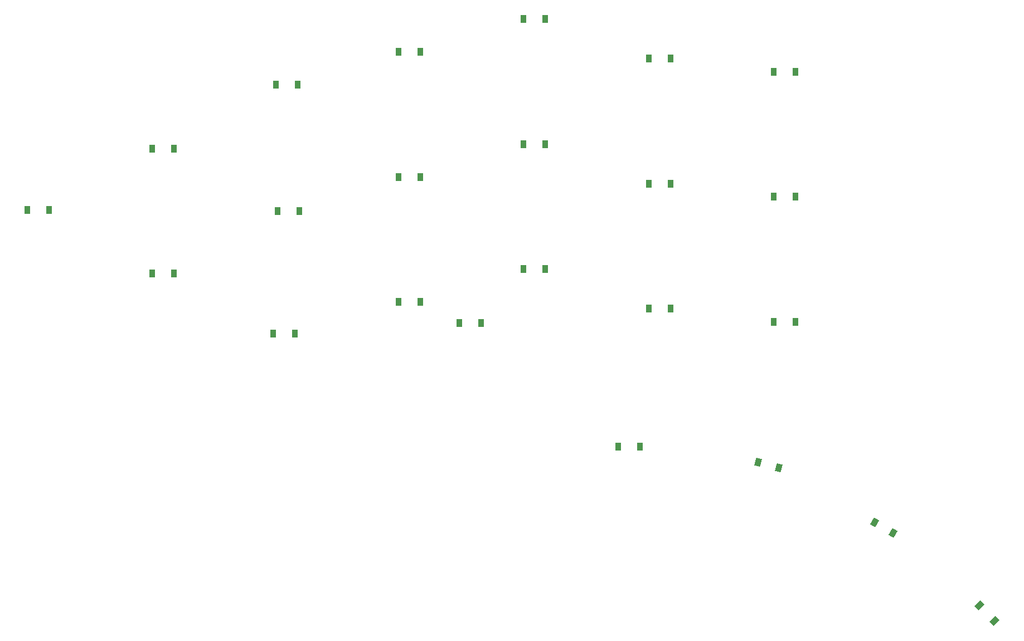
<source format=gbr>
%TF.GenerationSoftware,KiCad,Pcbnew,(6.0.10)*%
%TF.CreationDate,2023-04-21T22:00:42+03:00*%
%TF.ProjectId,blaster,626c6173-7465-4722-9e6b-696361645f70,v1.0.0*%
%TF.SameCoordinates,Original*%
%TF.FileFunction,Paste,Bot*%
%TF.FilePolarity,Positive*%
%FSLAX46Y46*%
G04 Gerber Fmt 4.6, Leading zero omitted, Abs format (unit mm)*
G04 Created by KiCad (PCBNEW (6.0.10)) date 2023-04-21 22:00:42*
%MOMM*%
%LPD*%
G01*
G04 APERTURE LIST*
G04 Aperture macros list*
%AMRotRect*
0 Rectangle, with rotation*
0 The origin of the aperture is its center*
0 $1 length*
0 $2 width*
0 $3 Rotation angle, in degrees counterclockwise*
0 Add horizontal line*
21,1,$1,$2,0,0,$3*%
G04 Aperture macros list end*
%ADD10R,0.900000X1.200000*%
%ADD11RotRect,0.900000X1.200000X315.000000*%
%ADD12RotRect,0.900000X1.200000X330.000000*%
%ADD13RotRect,0.900000X1.200000X345.000000*%
G04 APERTURE END LIST*
D10*
%TO.C,D5*%
X158571591Y-136930708D03*
X161871591Y-136930708D03*
%TD*%
%TO.C,D8*%
X176943750Y-131762500D03*
X180243750Y-131762500D03*
%TD*%
%TO.C,D10*%
X195943750Y-145762500D03*
X199243750Y-145762500D03*
%TD*%
%TO.C,D17*%
X233943750Y-134762500D03*
X237243750Y-134762500D03*
%TD*%
%TO.C,D16*%
X233943750Y-153762500D03*
X237243750Y-153762500D03*
%TD*%
%TO.C,D6*%
X158343750Y-117762500D03*
X161643750Y-117762500D03*
%TD*%
%TO.C,D4*%
X157921591Y-155530708D03*
X161221591Y-155530708D03*
%TD*%
%TO.C,D7*%
X176943750Y-150762500D03*
X180243750Y-150762500D03*
%TD*%
%TO.C,D14*%
X214943750Y-132762500D03*
X218243750Y-132762500D03*
%TD*%
%TO.C,D9*%
X176943750Y-112762500D03*
X180243750Y-112762500D03*
%TD*%
%TO.C,D20*%
X210318750Y-172762500D03*
X213618750Y-172762500D03*
%TD*%
%TO.C,D11*%
X195943750Y-126762500D03*
X199243750Y-126762500D03*
%TD*%
%TO.C,D18*%
X233943750Y-115762500D03*
X237243750Y-115762500D03*
%TD*%
D11*
%TO.C,D23*%
X265160298Y-196897798D03*
X267493750Y-199231250D03*
%TD*%
D10*
%TO.C,D1*%
X120571591Y-136755708D03*
X123871591Y-136755708D03*
%TD*%
%TO.C,D12*%
X195943750Y-107762500D03*
X199243750Y-107762500D03*
%TD*%
%TO.C,D15*%
X214943750Y-113762500D03*
X218243750Y-113762500D03*
%TD*%
%TO.C,D13*%
X214943750Y-151762500D03*
X218243750Y-151762500D03*
%TD*%
D12*
%TO.C,D22*%
X249232226Y-184244070D03*
X252090110Y-185894070D03*
%TD*%
D10*
%TO.C,D19*%
X186218750Y-153987500D03*
X189518750Y-153987500D03*
%TD*%
%TO.C,D3*%
X139571591Y-127455708D03*
X142871591Y-127455708D03*
%TD*%
D13*
%TO.C,D21*%
X231530677Y-175112109D03*
X234718233Y-175966211D03*
%TD*%
D10*
%TO.C,D2*%
X139571591Y-146455708D03*
X142871591Y-146455708D03*
%TD*%
M02*

</source>
